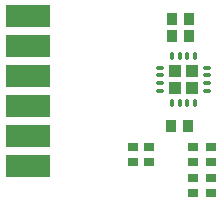
<source format=gtp>
G04 Layer_Color=7318015*
%FSLAX25Y25*%
%MOIN*%
G70*
G01*
G75*
%ADD10R,0.15000X0.07600*%
%ADD11R,0.03740X0.04134*%
%ADD15R,0.03740X0.03150*%
%ADD27R,0.04331X0.04331*%
%ADD28R,0.04331X0.04331*%
%ADD29O,0.01181X0.03150*%
%ADD30O,0.03150X0.01181*%
D10*
X112500Y435000D02*
D03*
Y445000D02*
D03*
Y485000D02*
D03*
Y475000D02*
D03*
Y465000D02*
D03*
Y455000D02*
D03*
D11*
X160583Y478500D02*
D03*
X166291D02*
D03*
X160583Y484000D02*
D03*
X166291D02*
D03*
X165791Y448500D02*
D03*
X160083D02*
D03*
D15*
X173437Y425941D02*
D03*
Y431059D02*
D03*
X167437Y425941D02*
D03*
Y431059D02*
D03*
X173437Y436441D02*
D03*
Y441559D02*
D03*
X167437Y436441D02*
D03*
Y441559D02*
D03*
X147437Y441559D02*
D03*
Y436441D02*
D03*
X152937Y441559D02*
D03*
Y436441D02*
D03*
D27*
X167193Y466756D02*
D03*
X161681Y461244D02*
D03*
D28*
Y466756D02*
D03*
X167193Y461244D02*
D03*
D29*
X160598Y471776D02*
D03*
X163157D02*
D03*
X165717D02*
D03*
X168276D02*
D03*
Y456224D02*
D03*
X165717D02*
D03*
X163157D02*
D03*
X160598D02*
D03*
D30*
X172213Y467839D02*
D03*
Y465279D02*
D03*
Y462720D02*
D03*
Y460161D02*
D03*
X156661D02*
D03*
Y462720D02*
D03*
Y465279D02*
D03*
Y467839D02*
D03*
M02*

</source>
